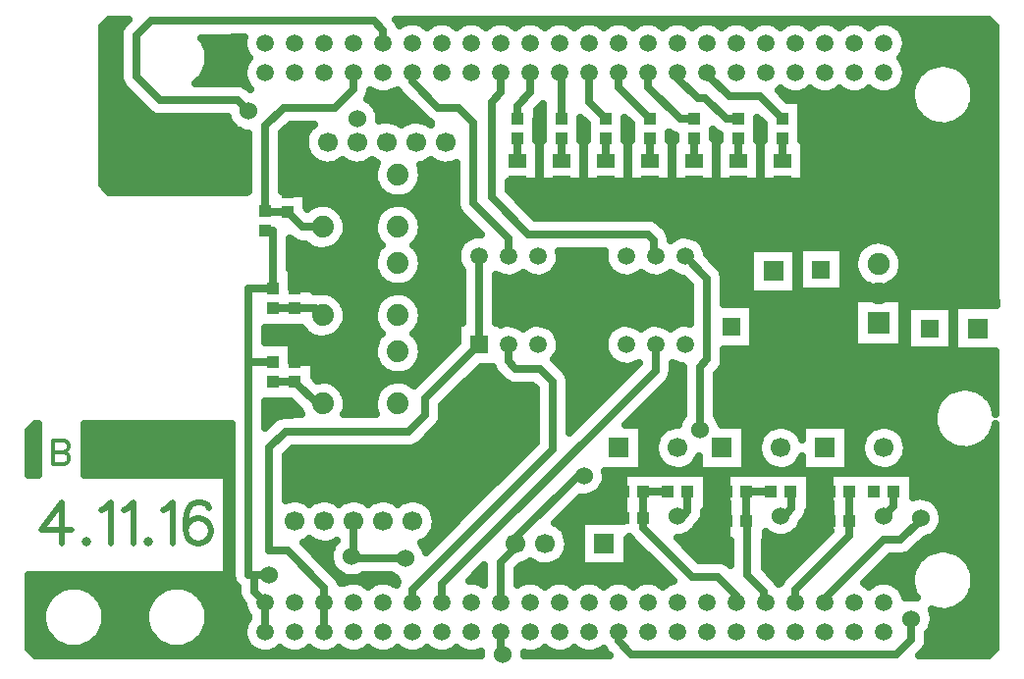
<source format=gbr>
G04 DipTrace 2.4.0.2*
%INTop.gbr*%
%MOIN*%
%ADD13C,0.025*%
%ADD17R,0.0433X0.0394*%
%ADD18R,0.0394X0.0433*%
%ADD19C,0.063*%
%ADD20R,0.063X0.063*%
%ADD21R,0.0591X0.0512*%
%ADD22R,0.0669X0.0669*%
%ADD23C,0.0669*%
%ADD24C,0.0591*%
%ADD25R,0.0591X0.0591*%
%ADD27C,0.074*%
%ADD28R,0.0748X0.0748*%
%ADD29C,0.0748*%
%ADD30C,0.06*%
%ADD55C,0.0216*%
%ADD56C,0.0124*%
%FSLAX44Y44*%
G04*
G70*
G90*
G75*
G01*
%LNTop*%
%LPD*%
X12690Y16859D2*
D13*
Y18815D1*
X12440D1*
X12690Y14359D2*
X11874D1*
Y7126D1*
X12061D1*
Y6569D1*
X12440Y6190D1*
X12690Y16859D2*
X11874D1*
Y14359D1*
X12440Y5190D2*
Y6190D1*
X12561Y7126D2*
X12061D1*
X17187Y7689D2*
X15440D1*
Y8940D1*
X14440Y6190D2*
Y5190D1*
Y6190D2*
Y6685D1*
X13186Y7939D1*
X12561D1*
Y11439D1*
X13124Y12002D1*
X17312D1*
X17874Y12564D1*
Y13124D1*
X19690Y14940D1*
Y17940D1*
X27188Y12064D2*
Y14189D1*
X27438Y14439D1*
Y17192D1*
X26690Y17940D1*
X31605Y8940D2*
Y9940D1*
X28105D2*
Y8940D1*
X24605Y9940D2*
Y9065D1*
X11440Y5190D2*
Y6190D1*
X10561Y25191D2*
X11439D1*
X11440Y25190D1*
X10498Y24003D2*
X11253D1*
X11440Y24190D1*
X35001Y19440D2*
X33940D1*
X32940D1*
X31940D1*
X7690Y5190D2*
Y6253D1*
Y6503D1*
X8253Y7065D1*
X10565D1*
X11440Y6190D1*
X16440Y25190D2*
Y25625D1*
X16124Y25941D1*
X8561D1*
X8061Y25441D1*
Y24065D1*
X8873Y23253D1*
X11498D1*
X11874Y22878D1*
X34688Y9064D2*
Y9001D1*
X34001Y8314D1*
X33438D1*
X31440Y6316D1*
Y6190D1*
X34376Y5626D2*
Y4938D1*
X33876Y4438D1*
X24875D1*
X24440Y4873D1*
Y5190D1*
X21003Y21940D2*
Y21188D1*
X22503D2*
Y21940D1*
X24003Y21188D2*
Y21940D1*
X14380Y18940D2*
X13690D1*
X13190Y19440D1*
X12484D1*
X12440Y19484D1*
Y22382D1*
X13061Y23003D1*
X14811D1*
X15440Y23632D1*
Y24190D1*
X20440D2*
Y23506D1*
X20124Y23190D1*
Y19940D1*
X21375Y18690D1*
X25437D1*
X25625Y18502D1*
Y18005D1*
X25690Y17940D1*
X17440Y6190D2*
Y6630D1*
X22187Y11377D1*
Y13689D1*
X21750Y14127D1*
X20937D1*
X20690Y14374D1*
Y14940D1*
X18440Y6190D2*
Y6817D1*
X25690Y14067D1*
Y14940D1*
X33775Y9940D2*
Y9463D1*
X33438Y9126D1*
X32275Y8940D2*
Y9940D1*
Y8940D2*
Y8463D1*
X30440Y6628D1*
Y6190D1*
X26438Y9126D2*
X26625D1*
X26775Y9276D1*
Y9940D1*
X29938Y9126D2*
X30063D1*
X30313Y9376D1*
Y9940D1*
X30275D1*
X28775D2*
X29605D1*
X28775D2*
Y8940D1*
X28813D1*
Y7126D1*
X29375Y6564D1*
Y6190D1*
X29440D1*
X25275Y9940D2*
X26105D1*
X25275Y9065D2*
Y9940D1*
Y9065D2*
Y8727D1*
X26938Y7064D1*
X27813D1*
X28440Y6436D1*
Y6190D1*
X12690Y16190D2*
X13440D1*
X14130D1*
X14380Y15940D1*
Y12940D2*
X14190D1*
X13440Y13690D1*
X12690D1*
X25503Y21940D2*
Y21188D1*
X27003D2*
Y21940D1*
X28503D2*
Y21188D1*
X30003D2*
Y21940D1*
X27440Y24190D2*
Y24126D1*
X28188Y23378D1*
X29234D1*
X30003Y22609D1*
X26440Y24190D2*
Y24000D1*
X27125Y23315D1*
X27375D1*
X28081Y22609D1*
X28503D1*
X25440Y24190D2*
Y23688D1*
X26519Y22609D1*
X27003D1*
X24440Y24190D2*
Y23672D1*
X25503Y22609D1*
X23440Y24190D2*
Y23172D1*
X24003Y22609D1*
X22503D2*
Y24127D1*
X22440Y24190D1*
X21003Y22609D2*
Y23068D1*
X21440Y23506D1*
Y24190D1*
X17440D2*
Y23875D1*
X18312Y23003D1*
X18999D1*
X19499Y22503D1*
Y19752D1*
X20687Y18565D1*
Y17943D1*
X20690Y17940D1*
X20440Y5190D2*
Y4498D1*
X20499Y4438D1*
X20440Y6190D2*
Y7567D1*
X20940Y8067D1*
Y8190D1*
Y8379D1*
X23062Y10502D1*
X23250D1*
D30*
X26438Y9126D3*
X29938D3*
X33438D3*
X12561Y7126D3*
X15561Y22628D3*
X11874Y22878D3*
X23250Y10502D3*
X34376Y5626D3*
X20499Y4438D3*
X34688Y9064D3*
X17187Y7689D3*
X15374Y7751D3*
X27188Y12064D3*
X10498Y24003D3*
X10561Y25191D3*
X35001Y19440D3*
X19503Y13502D3*
X21500Y19940D3*
X22125Y19565D3*
X21315Y12315D3*
X20437Y11439D3*
X20877Y11878D3*
X33940Y19440D3*
X32940D3*
X31940D3*
X7690Y6253D3*
Y5190D3*
X19315Y9627D3*
X6908Y25746D2*
D13*
X7553D1*
X33955D2*
X37221D1*
X6908Y25498D2*
X7467D1*
X34139D2*
X37221D1*
X6908Y25249D2*
X7467D1*
X10377D2*
X11678D1*
X34201D2*
X37221D1*
X6908Y25000D2*
X7467D1*
X10490D2*
X11698D1*
X34181D2*
X37221D1*
X6908Y24752D2*
X7467D1*
X10533D2*
X11819D1*
X34060D2*
X37221D1*
X6908Y24503D2*
X7467D1*
X10517D2*
X11745D1*
X34135D2*
X35292D1*
X35588D2*
X37221D1*
X6908Y24254D2*
X7467D1*
X10443D2*
X11678D1*
X34201D2*
X34721D1*
X36158D2*
X37221D1*
X6908Y24005D2*
X7467D1*
X10287D2*
X11698D1*
X34181D2*
X34506D1*
X36373D2*
X37221D1*
X6908Y23757D2*
X7557D1*
X34064D2*
X34393D1*
X36486D2*
X37221D1*
X6908Y23508D2*
X7788D1*
X16021D2*
X16128D1*
X16752D2*
X16979D1*
X29935D2*
X30128D1*
X30752D2*
X31128D1*
X31752D2*
X32128D1*
X32752D2*
X33128D1*
X33752D2*
X34346D1*
X36533D2*
X37221D1*
X6908Y23259D2*
X8034D1*
X15982D2*
X17225D1*
X30670D2*
X34362D1*
X36521D2*
X37221D1*
X6908Y23011D2*
X8284D1*
X16224D2*
X17471D1*
X30670D2*
X34436D1*
X36443D2*
X37221D1*
X6908Y22762D2*
X8557D1*
X16318D2*
X17721D1*
X21670D2*
X21834D1*
X30670D2*
X34589D1*
X36291D2*
X37221D1*
X6908Y22513D2*
X11198D1*
X16935D2*
X17194D1*
X21670D2*
X21834D1*
X23170D2*
X23266D1*
X24670D2*
X24766D1*
X29170D2*
X29266D1*
X30670D2*
X34881D1*
X35998D2*
X37221D1*
X6908Y22265D2*
X11424D1*
X13154D2*
X13905D1*
X21670D2*
X21834D1*
X23170D2*
X23334D1*
X24670D2*
X24834D1*
X29170D2*
X29334D1*
X30670D2*
X37221D1*
X6908Y22016D2*
X11846D1*
X13033D2*
X13788D1*
X21670D2*
X21834D1*
X23170D2*
X23334D1*
X24670D2*
X24834D1*
X26170D2*
X26334D1*
X27670D2*
X27834D1*
X29170D2*
X29334D1*
X30670D2*
X37221D1*
X6908Y21767D2*
X11846D1*
X13033D2*
X13760D1*
X30767D2*
X37221D1*
X6908Y21519D2*
X11846D1*
X13033D2*
X13819D1*
X30767D2*
X37221D1*
X6908Y21270D2*
X11846D1*
X13033D2*
X13983D1*
X30767D2*
X37221D1*
X6908Y21021D2*
X11846D1*
X13033D2*
X16159D1*
X17721D2*
X18905D1*
X30767D2*
X37221D1*
X6908Y20773D2*
X11846D1*
X13033D2*
X16100D1*
X17779D2*
X18905D1*
X30767D2*
X37221D1*
X6908Y20524D2*
X11846D1*
X13033D2*
X16124D1*
X17756D2*
X18905D1*
X30767D2*
X37221D1*
X7010Y20275D2*
X11846D1*
X13033D2*
X16233D1*
X17646D2*
X18905D1*
X20721D2*
X37221D1*
X13857Y20026D2*
X16487D1*
X17392D2*
X18905D1*
X20869D2*
X37221D1*
X13857Y19778D2*
X18905D1*
X21119D2*
X37221D1*
X14967Y19529D2*
X16350D1*
X17529D2*
X18952D1*
X21365D2*
X37221D1*
X15146Y19280D2*
X16174D1*
X17705D2*
X19139D1*
X21615D2*
X37221D1*
X15217Y19032D2*
X16104D1*
X17775D2*
X19389D1*
X25928D2*
X37221D1*
X15205Y18783D2*
X16116D1*
X17764D2*
X19639D1*
X26146D2*
X37221D1*
X15111Y18534D2*
X16210D1*
X17674D2*
X19225D1*
X27154D2*
X37221D1*
X13283Y18286D2*
X13870D1*
X14892D2*
X16327D1*
X17553D2*
X19010D1*
X27369D2*
X32663D1*
X33838D2*
X37221D1*
X13283Y18037D2*
X16163D1*
X17717D2*
X18932D1*
X22447D2*
X23932D1*
X27447D2*
X28881D1*
X32099D2*
X32483D1*
X34017D2*
X37221D1*
X13283Y17788D2*
X16104D1*
X17775D2*
X18940D1*
X22439D2*
X23940D1*
X27674D2*
X28881D1*
X32099D2*
X32413D1*
X34088D2*
X37221D1*
X13283Y17540D2*
X16120D1*
X17760D2*
X19042D1*
X22338D2*
X24042D1*
X27916D2*
X28881D1*
X32099D2*
X32421D1*
X34080D2*
X37221D1*
X13357Y17291D2*
X16221D1*
X17658D2*
X19096D1*
X21072D2*
X21311D1*
X22072D2*
X24311D1*
X25072D2*
X25311D1*
X26072D2*
X26311D1*
X28025D2*
X28881D1*
X32099D2*
X32510D1*
X33990D2*
X37221D1*
X13357Y17042D2*
X16464D1*
X17416D2*
X19096D1*
X20283D2*
X26756D1*
X28033D2*
X28881D1*
X32099D2*
X32725D1*
X33779D2*
X37221D1*
X14107Y16794D2*
X19096D1*
X20283D2*
X26842D1*
X28033D2*
X28881D1*
X32099D2*
X37221D1*
X14951Y16545D2*
X16370D1*
X17510D2*
X19096D1*
X20283D2*
X26842D1*
X28033D2*
X37221D1*
X15139Y16296D2*
X16182D1*
X17697D2*
X19096D1*
X20283D2*
X26842D1*
X29037D2*
X32405D1*
X34096D2*
X37221D1*
X15213Y16047D2*
X16108D1*
X17771D2*
X19096D1*
X20283D2*
X26842D1*
X29037D2*
X32405D1*
X34096D2*
X34214D1*
X15209Y15799D2*
X16112D1*
X17767D2*
X19096D1*
X20283D2*
X26842D1*
X29037D2*
X32405D1*
X34096D2*
X34214D1*
X15119Y15550D2*
X16198D1*
X17681D2*
X18924D1*
X21135D2*
X21245D1*
X22135D2*
X24245D1*
X25135D2*
X25245D1*
X26135D2*
X26245D1*
X29037D2*
X32405D1*
X34096D2*
X34214D1*
X12467Y15301D2*
X13850D1*
X14912D2*
X16342D1*
X17537D2*
X18924D1*
X22361D2*
X24018D1*
X29037D2*
X32405D1*
X34096D2*
X34214D1*
X12467Y15053D2*
X16171D1*
X17709D2*
X18924D1*
X22447D2*
X23932D1*
X29037D2*
X32405D1*
X34096D2*
X34214D1*
X13357Y14804D2*
X16104D1*
X17775D2*
X18721D1*
X22443D2*
X23936D1*
X28033D2*
X34217D1*
X13357Y14555D2*
X16116D1*
X17764D2*
X18475D1*
X22346D2*
X24034D1*
X28033D2*
X37221D1*
X14107Y14307D2*
X16214D1*
X17666D2*
X18225D1*
X22400D2*
X24284D1*
X28017D2*
X37221D1*
X14107Y14058D2*
X16440D1*
X17439D2*
X17975D1*
X19639D2*
X20190D1*
X22646D2*
X24850D1*
X26283D2*
X26592D1*
X27885D2*
X37221D1*
X14150Y13809D2*
X17729D1*
X19389D2*
X20424D1*
X22767D2*
X24600D1*
X26224D2*
X26592D1*
X27783D2*
X37221D1*
X14931Y13561D2*
X16385D1*
X19142D2*
X20846D1*
X22783D2*
X24354D1*
X26014D2*
X26592D1*
X27783D2*
X37221D1*
X15131Y13312D2*
X16190D1*
X18892D2*
X21592D1*
X22783D2*
X24104D1*
X25767D2*
X26592D1*
X27783D2*
X35546D1*
X36834D2*
X37221D1*
X15209Y13063D2*
X16108D1*
X18642D2*
X21592D1*
X22783D2*
X23854D1*
X25517D2*
X26592D1*
X27783D2*
X35296D1*
X37084D2*
X37219D1*
X12467Y12815D2*
X13483D1*
X15209D2*
X16108D1*
X18471D2*
X21592D1*
X22783D2*
X23608D1*
X25267D2*
X26592D1*
X27783D2*
X35163D1*
X12467Y12566D2*
X13018D1*
X18471D2*
X21592D1*
X22783D2*
X23358D1*
X25021D2*
X26592D1*
X27783D2*
X35104D1*
X12467Y12317D2*
X12607D1*
X18412D2*
X21592D1*
X22783D2*
X23108D1*
X24771D2*
X26464D1*
X27912D2*
X35104D1*
X4474Y12068D2*
X4706D1*
X6306D2*
X11280D1*
X18209D2*
X21592D1*
X22783D2*
X22862D1*
X25244D2*
X25956D1*
X28744D2*
X29456D1*
X30428D2*
X30635D1*
X32244D2*
X32956D1*
X33928D2*
X35163D1*
X4410Y11820D2*
X4706D1*
X6306D2*
X11280D1*
X17959D2*
X21592D1*
X25244D2*
X25733D1*
X28744D2*
X29233D1*
X32244D2*
X32733D1*
X34146D2*
X35292D1*
X37088D2*
X37220D1*
X4410Y11571D2*
X4706D1*
X6306D2*
X11280D1*
X17709D2*
X21549D1*
X25244D2*
X25647D1*
X28744D2*
X29147D1*
X32244D2*
X32647D1*
X34232D2*
X35542D1*
X36838D2*
X37221D1*
X4410Y11322D2*
X4706D1*
X6306D2*
X11280D1*
X13275D2*
X21303D1*
X25244D2*
X25643D1*
X28744D2*
X29143D1*
X32244D2*
X32643D1*
X34236D2*
X37221D1*
X4410Y11074D2*
X4706D1*
X6306D2*
X11280D1*
X13154D2*
X21053D1*
X25244D2*
X25725D1*
X28744D2*
X29225D1*
X32244D2*
X32725D1*
X34154D2*
X37221D1*
X4410Y10825D2*
X4706D1*
X6306D2*
X11280D1*
X13154D2*
X20803D1*
X25244D2*
X25936D1*
X26943D2*
X27135D1*
X28744D2*
X29436D1*
X30443D2*
X30635D1*
X32244D2*
X32936D1*
X33943D2*
X37221D1*
X4410Y10576D2*
X4706D1*
X6306D2*
X11280D1*
X13154D2*
X20557D1*
X24017D2*
X24589D1*
X27463D2*
X28089D1*
X30963D2*
X31589D1*
X34463D2*
X37221D1*
X11170Y10328D2*
X11281D1*
X13154D2*
X20307D1*
X23998D2*
X24589D1*
X27463D2*
X28089D1*
X30963D2*
X31589D1*
X34463D2*
X37221D1*
X11170Y10079D2*
X11281D1*
X13154D2*
X20057D1*
X23889D2*
X24589D1*
X27463D2*
X28089D1*
X30963D2*
X31589D1*
X34463D2*
X37221D1*
X11170Y9830D2*
X11281D1*
X13154D2*
X19811D1*
X23599D2*
X24589D1*
X27463D2*
X28089D1*
X30963D2*
X31589D1*
X34463D2*
X37221D1*
X11170Y9582D2*
X11281D1*
X17908D2*
X19561D1*
X22974D2*
X24589D1*
X27463D2*
X28089D1*
X30963D2*
X31589D1*
X35248D2*
X37221D1*
X11170Y9333D2*
X11281D1*
X18139D2*
X19311D1*
X22724D2*
X24589D1*
X27463D2*
X28089D1*
X30963D2*
X31589D1*
X35408D2*
X37221D1*
X11170Y9084D2*
X11281D1*
X18232D2*
X19065D1*
X22474D2*
X24589D1*
X27338D2*
X28089D1*
X30826D2*
X31589D1*
X35459D2*
X37221D1*
X11170Y8836D2*
X11281D1*
X18236D2*
X18815D1*
X22400D2*
X23135D1*
X27166D2*
X28089D1*
X30650D2*
X31589D1*
X35424D2*
X37221D1*
X11170Y8587D2*
X11281D1*
X18158D2*
X18565D1*
X22635D2*
X23135D1*
X26974D2*
X28089D1*
X30478D2*
X31569D1*
X35287D2*
X37221D1*
X11170Y8338D2*
X11281D1*
X17959D2*
X18319D1*
X22732D2*
X23135D1*
X24744D2*
X24831D1*
X26494D2*
X28089D1*
X29463D2*
X31319D1*
X34881D2*
X37221D1*
X11170Y8089D2*
X11281D1*
X13865D2*
X14686D1*
X17838D2*
X18069D1*
X22736D2*
X23135D1*
X24744D2*
X25081D1*
X26744D2*
X28217D1*
X29408D2*
X31069D1*
X34607D2*
X37221D1*
X11170Y7841D2*
X11281D1*
X14115D2*
X14608D1*
X22662D2*
X23135D1*
X24744D2*
X25331D1*
X26990D2*
X28217D1*
X29408D2*
X30823D1*
X34346D2*
X34839D1*
X36041D2*
X37221D1*
X11170Y7592D2*
X11281D1*
X14365D2*
X14620D1*
X22467D2*
X23135D1*
X24744D2*
X25577D1*
X28053D2*
X28217D1*
X29408D2*
X30573D1*
X33549D2*
X34565D1*
X36314D2*
X37221D1*
X11170Y7343D2*
X11281D1*
X14611D2*
X14727D1*
X21049D2*
X25827D1*
X29428D2*
X30323D1*
X33299D2*
X34424D1*
X36455D2*
X37221D1*
X4410Y7095D2*
X11280D1*
X14861D2*
X14999D1*
X15752D2*
X16714D1*
X19549D2*
X19846D1*
X21033D2*
X26077D1*
X29674D2*
X30077D1*
X33049D2*
X34358D1*
X36525D2*
X37221D1*
X4410Y6846D2*
X11354D1*
X15806D2*
X16073D1*
X16806D2*
X16889D1*
X21806D2*
X22073D1*
X22806D2*
X23073D1*
X23806D2*
X24073D1*
X24806D2*
X25073D1*
X25806D2*
X26073D1*
X32806D2*
X33073D1*
X33806D2*
X34350D1*
X36529D2*
X37221D1*
X4410Y6597D2*
X5346D1*
X6533D2*
X8846D1*
X10033D2*
X11467D1*
X34084D2*
X34401D1*
X36478D2*
X37221D1*
X4410Y6349D2*
X5073D1*
X6806D2*
X8573D1*
X10306D2*
X11510D1*
X36357D2*
X37221D1*
X4410Y6100D2*
X4928D1*
X6955D2*
X8428D1*
X10455D2*
X11682D1*
X36127D2*
X37221D1*
X4410Y5851D2*
X4858D1*
X7021D2*
X8358D1*
X10521D2*
X11756D1*
X35111D2*
X37221D1*
X4410Y5603D2*
X4850D1*
X7033D2*
X8350D1*
X10533D2*
X11799D1*
X35146D2*
X37221D1*
X4410Y5354D2*
X4901D1*
X6982D2*
X8401D1*
X10482D2*
X11694D1*
X35096D2*
X37221D1*
X4410Y5105D2*
X5018D1*
X6861D2*
X8518D1*
X10361D2*
X11678D1*
X34971D2*
X37221D1*
X4410Y4857D2*
X5245D1*
X6635D2*
X8745D1*
X10135D2*
X11753D1*
X34967D2*
X37221D1*
X4428Y4608D2*
X11960D1*
X34865D2*
X37202D1*
X31613Y8607D2*
X31617Y9582D1*
X31613Y9673D1*
Y10582D1*
X32936Y10578D1*
X33194Y10582D1*
X33767Y10578D1*
X33863Y10582D1*
X34436D1*
Y9765D1*
X34553Y9797D1*
X34678Y9809D1*
X34802Y9800D1*
X34924Y9771D1*
X35038Y9722D1*
X35143Y9654D1*
X35235Y9570D1*
X35312Y9471D1*
X35371Y9361D1*
X35412Y9243D1*
X35433Y9064D1*
X35423Y8939D1*
X35392Y8819D1*
X35341Y8704D1*
X35272Y8601D1*
X35186Y8510D1*
X35087Y8434D1*
X34976Y8377D1*
X34830Y8334D1*
X34404Y7911D1*
X34307Y7833D1*
X34195Y7778D1*
X34041Y7745D1*
X33677Y7744D1*
X32778Y6847D1*
X32912Y6760D1*
X32937Y6736D1*
X33091Y6843D1*
X33206Y6892D1*
X33327Y6922D1*
X33452Y6930D1*
X33576Y6918D1*
X33696Y6885D1*
X33809Y6832D1*
X33912Y6760D1*
X34001Y6673D1*
X34074Y6572D1*
X34129Y6460D1*
X34164Y6344D1*
X34365Y6371D1*
X34490Y6362D1*
X34547Y6348D1*
X34479Y6470D1*
X34430Y6585D1*
X34396Y6705D1*
X34376Y6829D1*
X34370Y6953D1*
X34379Y7078D1*
X34402Y7201D1*
X34440Y7320D1*
X34491Y7434D1*
X34555Y7541D1*
X34631Y7640D1*
X34718Y7730D1*
X34815Y7809D1*
X34921Y7876D1*
X35033Y7930D1*
X35151Y7970D1*
X35273Y7997D1*
X35398Y8009D1*
X35523Y8007D1*
X35646Y7990D1*
X35767Y7959D1*
X35884Y7914D1*
X35994Y7855D1*
X36097Y7784D1*
X36191Y7702D1*
X36275Y7609D1*
X36347Y7507D1*
X36407Y7398D1*
X36454Y7282D1*
X36487Y7161D1*
X36510Y6940D1*
X36503Y6815D1*
X36481Y6692D1*
X36445Y6573D1*
X36395Y6458D1*
X36333Y6350D1*
X36258Y6250D1*
X36172Y6159D1*
X36076Y6079D1*
X35971Y6011D1*
X35859Y5956D1*
X35742Y5913D1*
X35620Y5885D1*
X35496Y5871D1*
X35371Y5872D1*
X35247Y5888D1*
X35049Y5946D1*
X35099Y5805D1*
X35121Y5626D1*
X35110Y5502D1*
X35079Y5381D1*
X35028Y5267D1*
X34946Y5148D1*
Y4938D1*
X34932Y4814D1*
X34892Y4696D1*
X34807Y4565D1*
X34627Y4383D1*
X37006Y4385D1*
X37245Y4624D1*
Y12264D1*
X37195Y12073D1*
X37145Y11958D1*
X37083Y11850D1*
X37008Y11750D1*
X36922Y11659D1*
X36826Y11579D1*
X36721Y11511D1*
X36609Y11456D1*
X36492Y11413D1*
X36370Y11385D1*
X36246Y11371D1*
X36121Y11372D1*
X35997Y11388D1*
X35875Y11417D1*
X35758Y11461D1*
X35647Y11518D1*
X35543Y11587D1*
X35448Y11669D1*
X35364Y11760D1*
X35290Y11861D1*
X35229Y11970D1*
X35180Y12085D1*
X35146Y12205D1*
X35126Y12329D1*
X35120Y12453D1*
X35129Y12578D1*
X35152Y12701D1*
X35190Y12820D1*
X35241Y12934D1*
X35305Y13041D1*
X35381Y13140D1*
X35468Y13230D1*
X35565Y13309D1*
X35671Y13376D1*
X35783Y13430D1*
X35901Y13470D1*
X36023Y13497D1*
X36148Y13509D1*
X36273Y13507D1*
X36396Y13490D1*
X36517Y13459D1*
X36634Y13414D1*
X36744Y13355D1*
X36847Y13284D1*
X36941Y13202D1*
X37025Y13109D1*
X37097Y13007D1*
X37157Y12898D1*
X37204Y12782D1*
X37246Y12603D1*
X37245Y14725D1*
X35846Y14722D1*
Y16282D1*
X37249D1*
X37245Y16690D1*
Y25752D1*
X37006Y25995D1*
X16874D1*
X16921Y25930D1*
X16987Y25784D1*
X17091Y25843D1*
X17206Y25892D1*
X17327Y25922D1*
X17452Y25930D1*
X17576Y25918D1*
X17696Y25885D1*
X17809Y25832D1*
X17937Y25736D1*
X18091Y25843D1*
X18206Y25892D1*
X18327Y25922D1*
X18452Y25930D1*
X18576Y25918D1*
X18696Y25885D1*
X18809Y25832D1*
X18937Y25736D1*
X19091Y25843D1*
X19206Y25892D1*
X19327Y25922D1*
X19452Y25930D1*
X19576Y25918D1*
X19696Y25885D1*
X19809Y25832D1*
X19937Y25736D1*
X20091Y25843D1*
X20206Y25892D1*
X20327Y25922D1*
X20452Y25930D1*
X20576Y25918D1*
X20696Y25885D1*
X20809Y25832D1*
X20937Y25736D1*
X21091Y25843D1*
X21206Y25892D1*
X21327Y25922D1*
X21452Y25930D1*
X21576Y25918D1*
X21696Y25885D1*
X21809Y25832D1*
X21937Y25736D1*
X22091Y25843D1*
X22206Y25892D1*
X22327Y25922D1*
X22452Y25930D1*
X22576Y25918D1*
X22696Y25885D1*
X22809Y25832D1*
X22937Y25736D1*
X23091Y25843D1*
X23206Y25892D1*
X23327Y25922D1*
X23452Y25930D1*
X23576Y25918D1*
X23696Y25885D1*
X23809Y25832D1*
X23937Y25736D1*
X24091Y25843D1*
X24206Y25892D1*
X24327Y25922D1*
X24452Y25930D1*
X24576Y25918D1*
X24696Y25885D1*
X24809Y25832D1*
X24937Y25736D1*
X25091Y25843D1*
X25206Y25892D1*
X25327Y25922D1*
X25452Y25930D1*
X25576Y25918D1*
X25696Y25885D1*
X25809Y25832D1*
X25937Y25736D1*
X26091Y25843D1*
X26206Y25892D1*
X26327Y25922D1*
X26452Y25930D1*
X26576Y25918D1*
X26696Y25885D1*
X26809Y25832D1*
X26937Y25736D1*
X27091Y25843D1*
X27206Y25892D1*
X27327Y25922D1*
X27452Y25930D1*
X27576Y25918D1*
X27696Y25885D1*
X27809Y25832D1*
X27937Y25736D1*
X28091Y25843D1*
X28206Y25892D1*
X28327Y25922D1*
X28452Y25930D1*
X28576Y25918D1*
X28696Y25885D1*
X28809Y25832D1*
X28937Y25736D1*
X29091Y25843D1*
X29206Y25892D1*
X29327Y25922D1*
X29452Y25930D1*
X29576Y25918D1*
X29696Y25885D1*
X29809Y25832D1*
X29937Y25736D1*
X30091Y25843D1*
X30206Y25892D1*
X30327Y25922D1*
X30452Y25930D1*
X30576Y25918D1*
X30696Y25885D1*
X30809Y25832D1*
X30937Y25736D1*
X31091Y25843D1*
X31206Y25892D1*
X31327Y25922D1*
X31452Y25930D1*
X31576Y25918D1*
X31696Y25885D1*
X31809Y25832D1*
X31937Y25736D1*
X32091Y25843D1*
X32206Y25892D1*
X32327Y25922D1*
X32452Y25930D1*
X32576Y25918D1*
X32696Y25885D1*
X32809Y25832D1*
X32937Y25736D1*
X33091Y25843D1*
X33206Y25892D1*
X33327Y25922D1*
X33452Y25930D1*
X33576Y25918D1*
X33696Y25885D1*
X33809Y25832D1*
X33912Y25760D1*
X34001Y25673D1*
X34074Y25572D1*
X34129Y25460D1*
X34165Y25340D1*
X34180Y25190D1*
X34170Y25066D1*
X34138Y24945D1*
X34087Y24831D1*
X33983Y24690D1*
X34074Y24572D1*
X34129Y24460D1*
X34165Y24340D1*
X34180Y24190D1*
X34170Y24066D1*
X34138Y23945D1*
X34087Y23831D1*
X34018Y23727D1*
X33932Y23637D1*
X33832Y23562D1*
X33721Y23505D1*
X33602Y23468D1*
X33478Y23451D1*
X33353Y23455D1*
X33231Y23480D1*
X33114Y23525D1*
X33007Y23589D1*
X32939Y23648D1*
X32832Y23562D1*
X32721Y23505D1*
X32602Y23468D1*
X32478Y23451D1*
X32353Y23455D1*
X32231Y23480D1*
X32114Y23525D1*
X32007Y23589D1*
X31939Y23648D1*
X31832Y23562D1*
X31721Y23505D1*
X31602Y23468D1*
X31478Y23451D1*
X31353Y23455D1*
X31231Y23480D1*
X31114Y23525D1*
X31007Y23589D1*
X30939Y23648D1*
X30832Y23562D1*
X30721Y23505D1*
X30602Y23468D1*
X30478Y23451D1*
X30353Y23455D1*
X30231Y23480D1*
X30114Y23525D1*
X30007Y23589D1*
X29939Y23648D1*
X29847Y23574D1*
X30148Y23270D1*
X30644Y23271D1*
X30640Y21948D1*
X30644Y21887D1*
X30743Y21889D1*
Y20487D1*
X29262D1*
Y21889D1*
X29360D1*
X29361Y22446D1*
X29144Y22662D1*
X29140Y21948D1*
X29144Y21887D1*
X29243Y21889D1*
Y20487D1*
X27762D1*
Y21889D1*
X27860D1*
X27861Y22084D1*
X27730Y22161D1*
X27642Y22242D1*
X27644Y21948D1*
X27743Y21889D1*
Y20487D1*
X26262D1*
Y21889D1*
X26360D1*
X26361Y22064D1*
X26276Y22093D1*
X26167Y22161D1*
X26144Y22146D1*
X26140Y21948D1*
X26144Y21887D1*
X26243Y21889D1*
Y20487D1*
X24762D1*
Y21889D1*
X24860D1*
X24861Y22446D1*
X24644Y22662D1*
X24640Y21948D1*
X24644Y21887D1*
X24743Y21889D1*
Y20487D1*
X23262D1*
Y21889D1*
X23360D1*
X23361Y22446D1*
X23144Y22662D1*
X23140Y21948D1*
X23144Y21887D1*
X23243Y21889D1*
Y20487D1*
X21762D1*
Y21889D1*
X21860D1*
X21865Y22602D1*
X21861Y22698D1*
Y23124D1*
X21647Y22907D1*
X21644Y22146D1*
X21640Y21948D1*
X21644Y21887D1*
X21743Y21889D1*
Y20487D1*
X20692D1*
X20694Y20179D1*
X21613Y19258D1*
X22625Y19260D1*
X25437D1*
X25561Y19246D1*
X25679Y19206D1*
X25811Y19121D1*
X26028Y18905D1*
X26106Y18808D1*
X26161Y18696D1*
X26193Y18543D1*
X26195Y18491D1*
X26341Y18593D1*
X26456Y18642D1*
X26577Y18672D1*
X26702Y18680D1*
X26826Y18668D1*
X26946Y18635D1*
X27059Y18582D1*
X27162Y18510D1*
X27251Y18423D1*
X27324Y18322D1*
X27379Y18210D1*
X27415Y18090D1*
X27425Y18009D1*
X27841Y17595D1*
X27919Y17498D1*
X27974Y17386D1*
X28006Y17233D1*
X28008Y16321D1*
X29010Y16324D1*
Y14804D1*
X28006D1*
X28008Y14439D1*
X27994Y14315D1*
X27954Y14197D1*
X27868Y14066D1*
X27755Y13951D1*
X27758Y13189D1*
Y12545D1*
X27811Y12472D1*
X27871Y12362D1*
X27915Y12216D1*
X28720Y12220D1*
Y10660D1*
X27160D1*
Y11141D1*
X27065Y10974D1*
X26982Y10880D1*
X26886Y10800D1*
X26778Y10737D1*
X26662Y10693D1*
X26539Y10667D1*
X26415Y10661D1*
X26291Y10675D1*
X26170Y10708D1*
X26057Y10761D1*
X25954Y10831D1*
X25863Y10916D1*
X25786Y11015D1*
X25727Y11125D1*
X25686Y11243D1*
X25664Y11366D1*
X25662Y11491D1*
X25680Y11614D1*
X25718Y11733D1*
X25774Y11845D1*
X25847Y11946D1*
X25935Y12034D1*
X26037Y12107D1*
X26148Y12163D1*
X26267Y12200D1*
X26391Y12218D1*
X26460Y12222D1*
X26496Y12342D1*
X26552Y12453D1*
X26619Y12545D1*
X26618Y14193D1*
X26603Y14205D1*
X26481Y14230D1*
X26364Y14275D1*
X26261Y14337D1*
X26260Y14067D1*
X26246Y13943D1*
X26206Y13825D1*
X26121Y13694D1*
X24648Y12219D1*
X25220Y12220D1*
Y10660D1*
X23974D1*
X23995Y10502D1*
X23984Y10377D1*
X23953Y10256D1*
X23902Y10142D1*
X23833Y10038D1*
X23748Y9947D1*
X23648Y9872D1*
X23537Y9814D1*
X23418Y9776D1*
X23295Y9758D1*
X23136Y9767D1*
X22264Y8897D1*
X22366Y8843D1*
X22465Y8766D1*
X22550Y8675D1*
X22620Y8572D1*
X22672Y8458D1*
X22706Y8338D1*
X22720Y8190D1*
X22710Y8066D1*
X22680Y7944D1*
X22631Y7829D1*
X22565Y7724D1*
X22482Y7630D1*
X22386Y7550D1*
X22278Y7488D1*
X22162Y7443D1*
X22039Y7417D1*
X21915Y7411D1*
X21791Y7425D1*
X21670Y7459D1*
X21557Y7511D1*
X21439Y7594D1*
X21386Y7550D1*
X21278Y7488D1*
X21112Y7432D1*
X21009Y7330D1*
X21010Y6789D1*
X21091Y6843D1*
X21206Y6892D1*
X21327Y6922D1*
X21452Y6930D1*
X21576Y6918D1*
X21696Y6885D1*
X21809Y6832D1*
X21937Y6736D1*
X22091Y6843D1*
X22206Y6892D1*
X22327Y6922D1*
X22452Y6930D1*
X22576Y6918D1*
X22696Y6885D1*
X22809Y6832D1*
X22937Y6736D1*
X23091Y6843D1*
X23206Y6892D1*
X23327Y6922D1*
X23452Y6930D1*
X23576Y6918D1*
X23696Y6885D1*
X23809Y6832D1*
X23937Y6736D1*
X24091Y6843D1*
X24206Y6892D1*
X24327Y6922D1*
X24452Y6930D1*
X24576Y6918D1*
X24696Y6885D1*
X24809Y6832D1*
X24937Y6736D1*
X25091Y6843D1*
X25206Y6892D1*
X25327Y6922D1*
X25452Y6930D1*
X25576Y6918D1*
X25696Y6885D1*
X25809Y6832D1*
X25937Y6736D1*
X26091Y6843D1*
X26206Y6892D1*
X26285Y6911D1*
X24872Y8324D1*
X24792Y8424D1*
X24847Y8350D1*
X24720Y8345D1*
Y7410D1*
X23160D1*
Y8970D1*
X24610D1*
X24613Y9707D1*
Y10582D1*
X25936Y10578D1*
X26194Y10582D1*
X26767Y10578D1*
X26863Y10582D1*
X27436D1*
Y9298D1*
X27346D1*
X27331Y9152D1*
X27291Y9034D1*
X27205Y8903D1*
X27109Y8804D1*
X27021Y8663D1*
X26935Y8572D1*
X26836Y8497D1*
X26725Y8439D1*
X26606Y8401D1*
X26483Y8383D1*
X26424Y8384D1*
X27172Y7635D1*
X27813Y7634D1*
X27937Y7620D1*
X28055Y7580D1*
X28186Y7494D1*
X28241Y7442D1*
X28243Y8302D1*
X28113Y8298D1*
X28117Y9582D1*
X28113Y9673D1*
Y10582D1*
X29436Y10578D1*
X29694Y10582D1*
X30267Y10578D1*
X30363Y10582D1*
X30936D1*
Y9298D1*
X30878D1*
X30829Y9134D1*
X30744Y9003D1*
X30652Y8910D1*
X30590Y8767D1*
X30521Y8663D1*
X30436Y8572D1*
X30336Y8497D1*
X30225Y8439D1*
X30107Y8401D1*
X29983Y8383D1*
X29858Y8386D1*
X29736Y8409D1*
X29619Y8453D1*
X29511Y8516D1*
X29436Y8578D1*
Y8298D1*
X29385D1*
X29383Y7366D1*
X29778Y6967D1*
X29874Y6838D1*
X29924Y6870D1*
X30009Y7001D1*
X31614Y8608D1*
X13333Y14352D2*
X14082D1*
Y13855D1*
X14199Y13737D1*
X14414Y13754D1*
X14538Y13739D1*
X14659Y13706D1*
X14772Y13654D1*
X14877Y13586D1*
X14970Y13502D1*
X15049Y13406D1*
X15112Y13298D1*
X15158Y13182D1*
X15186Y13060D1*
X15195Y12940D1*
X15185Y12815D1*
X15157Y12694D1*
X15108Y12575D1*
X15624Y12572D1*
X16213D1*
X16146Y12756D1*
X16127Y12880D1*
X16128Y13005D1*
X16147Y13128D1*
X16185Y13247D1*
X16241Y13359D1*
X16313Y13461D1*
X16400Y13550D1*
X16499Y13626D1*
X16609Y13685D1*
X16727Y13727D1*
X16850Y13750D1*
X16974Y13754D1*
X17098Y13739D1*
X17219Y13706D1*
X17332Y13654D1*
X17437Y13586D1*
X17486Y13542D1*
X18949Y15005D1*
X18950Y15680D1*
X19118D1*
X19120Y16690D1*
Y17467D1*
X19020Y17625D1*
X18977Y17742D1*
X18954Y17864D1*
X18951Y17989D1*
X18970Y18113D1*
X19009Y18231D1*
X19068Y18341D1*
X19144Y18440D1*
X19236Y18525D1*
X19341Y18593D1*
X19456Y18642D1*
X19577Y18672D1*
X19702Y18680D1*
X19775Y18673D1*
X19096Y19349D1*
X19018Y19447D1*
X18963Y19559D1*
X18931Y19712D1*
X18929Y21124D1*
X18787Y21068D1*
X18664Y21042D1*
X18540Y21036D1*
X18416Y21050D1*
X18295Y21083D1*
X18182Y21136D1*
X18064Y21219D1*
X18011Y21175D1*
X17903Y21112D1*
X17787Y21068D1*
X17683Y21046D1*
X17718Y20962D1*
X17746Y20840D1*
X17755Y20720D1*
X17745Y20595D1*
X17717Y20474D1*
X17670Y20358D1*
X17606Y20251D1*
X17527Y20154D1*
X17434Y20071D1*
X17329Y20004D1*
X17215Y19953D1*
X17094Y19920D1*
X16970Y19906D1*
X16845Y19911D1*
X16723Y19934D1*
X16605Y19977D1*
X16496Y20037D1*
X16397Y20113D1*
X16310Y20203D1*
X16239Y20305D1*
X16183Y20417D1*
X16146Y20536D1*
X16127Y20660D1*
X16128Y20785D1*
X16147Y20908D1*
X16185Y21027D1*
X16229Y21114D1*
X16079Y21206D1*
X16064Y21219D1*
X16011Y21175D1*
X15903Y21112D1*
X15787Y21068D1*
X15664Y21042D1*
X15540Y21036D1*
X15416Y21050D1*
X15295Y21083D1*
X15182Y21136D1*
X15064Y21219D1*
X15011Y21175D1*
X14903Y21112D1*
X14787Y21068D1*
X14664Y21042D1*
X14540Y21036D1*
X14416Y21050D1*
X14295Y21083D1*
X14182Y21136D1*
X14079Y21206D1*
X13988Y21291D1*
X13911Y21390D1*
X13852Y21500D1*
X13811Y21618D1*
X13789Y21741D1*
X13787Y21866D1*
X13805Y21989D1*
X13843Y22108D1*
X13899Y22220D1*
X13972Y22321D1*
X14095Y22434D1*
X13300Y22433D1*
X13008Y22144D1*
X13010Y20143D1*
X13082Y20146D1*
Y20103D1*
X13832Y20102D1*
Y19605D1*
X13867Y19570D1*
X13939Y19626D1*
X14049Y19685D1*
X14167Y19727D1*
X14290Y19750D1*
X14414Y19754D1*
X14538Y19739D1*
X14659Y19706D1*
X14772Y19654D1*
X14877Y19586D1*
X14970Y19502D1*
X15049Y19406D1*
X15112Y19298D1*
X15158Y19182D1*
X15186Y19060D1*
X15195Y18940D1*
X15185Y18815D1*
X15157Y18694D1*
X15110Y18578D1*
X15046Y18471D1*
X14967Y18374D1*
X14874Y18291D1*
X14769Y18224D1*
X14655Y18173D1*
X14534Y18140D1*
X14410Y18126D1*
X14285Y18131D1*
X14163Y18154D1*
X14045Y18197D1*
X13936Y18257D1*
X13802Y18369D1*
X13690Y18370D1*
X13566Y18384D1*
X13448Y18424D1*
X13317Y18509D1*
X13262Y18562D1*
X13260Y17522D1*
X13332Y17521D1*
Y16848D1*
X14048Y16852D1*
X14082D1*
Y16762D1*
X14258Y16745D1*
X14414Y16754D1*
X14538Y16739D1*
X14659Y16706D1*
X14772Y16654D1*
X14877Y16586D1*
X14970Y16502D1*
X15049Y16406D1*
X15112Y16298D1*
X15158Y16182D1*
X15186Y16060D1*
X15195Y15940D1*
X15185Y15815D1*
X15157Y15694D1*
X15110Y15578D1*
X15046Y15471D1*
X14967Y15374D1*
X14874Y15291D1*
X14769Y15224D1*
X14655Y15173D1*
X14534Y15140D1*
X14410Y15126D1*
X14285Y15131D1*
X14163Y15154D1*
X14045Y15197D1*
X13936Y15257D1*
X13837Y15333D1*
X13750Y15423D1*
X13677Y15529D1*
X12798Y15532D1*
X12707Y15528D1*
X12445D1*
X12444Y15019D1*
X13332Y15021D1*
Y14348D1*
X13297Y13028D2*
X12798Y13032D1*
X12707Y13028D1*
X12445D1*
X12444Y12129D1*
X12721Y12405D1*
X12818Y12483D1*
X12930Y12538D1*
X13083Y12570D1*
X13651Y12572D1*
X13594Y12730D1*
X13298Y13026D1*
X12832Y13028D1*
X30678Y18262D2*
X32073D1*
Y16742D1*
X30553D1*
Y18262D1*
X30678D1*
X34366Y16262D2*
X35761D1*
Y14742D1*
X34241D1*
Y16262D1*
X34366D1*
X18210Y8816D2*
X18180Y8694D1*
X18131Y8579D1*
X18065Y8474D1*
X17982Y8380D1*
X17886Y8300D1*
X17778Y8237D1*
X17716Y8214D1*
X17810Y8096D1*
X17870Y7986D1*
X17901Y7894D1*
X19512Y9507D1*
X21619Y11615D1*
X21617Y12752D1*
Y13451D1*
X21511Y13560D1*
X20937Y13557D1*
X20813Y13571D1*
X20695Y13611D1*
X20564Y13696D1*
X20287Y13971D1*
X20209Y14068D1*
X20153Y14184D1*
X20191Y14099D1*
X20055Y14200D1*
X19754D1*
X18444Y12888D1*
Y12564D1*
X18430Y12440D1*
X18390Y12322D1*
X18305Y12191D1*
X17715Y11599D1*
X17617Y11521D1*
X17505Y11466D1*
X17352Y11433D1*
X13362Y11432D1*
X13132Y11204D1*
X13131Y9654D1*
X13267Y9700D1*
X13391Y9718D1*
X13516Y9716D1*
X13639Y9694D1*
X13757Y9652D1*
X13866Y9593D1*
X13937Y9538D1*
X14037Y9607D1*
X14148Y9663D1*
X14267Y9700D1*
X14391Y9718D1*
X14516Y9716D1*
X14639Y9694D1*
X14757Y9652D1*
X14866Y9593D1*
X14937Y9538D1*
X15037Y9607D1*
X15148Y9663D1*
X15267Y9700D1*
X15391Y9718D1*
X15516Y9716D1*
X15639Y9694D1*
X15757Y9652D1*
X15866Y9593D1*
X15937Y9538D1*
X16037Y9607D1*
X16148Y9663D1*
X16267Y9700D1*
X16391Y9718D1*
X16516Y9716D1*
X16639Y9694D1*
X16757Y9652D1*
X16866Y9593D1*
X16937Y9538D1*
X17037Y9607D1*
X17148Y9663D1*
X17267Y9700D1*
X17391Y9718D1*
X17516Y9716D1*
X17639Y9694D1*
X17757Y9652D1*
X17866Y9593D1*
X17965Y9516D1*
X18050Y9425D1*
X18120Y9322D1*
X18172Y9208D1*
X18206Y9088D1*
X18220Y8940D1*
X18210Y8816D1*
X14849Y8279D2*
X14778Y8237D1*
X14662Y8193D1*
X14539Y8167D1*
X14415Y8161D1*
X14291Y8175D1*
X14170Y8208D1*
X14057Y8261D1*
X13939Y8344D1*
X13886Y8300D1*
X13778Y8237D1*
X13716Y8214D1*
X14843Y7088D1*
X14921Y6991D1*
X14987Y6844D1*
X15091Y6843D1*
X15206Y6892D1*
X15327Y6922D1*
X15452Y6930D1*
X15576Y6918D1*
X15696Y6885D1*
X15809Y6832D1*
X15937Y6736D1*
X16091Y6843D1*
X16206Y6892D1*
X16327Y6922D1*
X16452Y6930D1*
X16576Y6918D1*
X16696Y6885D1*
X16809Y6832D1*
X16889Y6776D1*
X16941Y6903D1*
X16926Y6875D1*
X16867Y7016D1*
X16760Y7078D1*
X16709Y7121D1*
X15769Y7119D1*
X15661Y7064D1*
X15543Y7026D1*
X15419Y7008D1*
X15294Y7010D1*
X15172Y7034D1*
X15055Y7078D1*
X14947Y7141D1*
X14851Y7221D1*
X14770Y7315D1*
X14705Y7422D1*
X14660Y7539D1*
X14634Y7661D1*
X14630Y7786D1*
X14646Y7910D1*
X14683Y8029D1*
X14739Y8140D1*
X14849Y8276D1*
X16299Y22546D2*
X16392Y22575D1*
X16516Y22593D1*
X16641Y22591D1*
X16764Y22569D1*
X16882Y22527D1*
X16991Y22468D1*
X17062Y22413D1*
X17162Y22482D1*
X17273Y22538D1*
X17392Y22575D1*
X17516Y22593D1*
X17641Y22591D1*
X17764Y22569D1*
X17882Y22527D1*
X17991Y22468D1*
X18062Y22413D1*
X18070Y22487D1*
X17938Y22572D1*
X17037Y23471D1*
X16941Y23600D1*
X16832Y23562D1*
X16721Y23505D1*
X16602Y23468D1*
X16478Y23451D1*
X16353Y23455D1*
X16231Y23480D1*
X16114Y23525D1*
X16011Y23587D1*
X15996Y23508D1*
X15911Y23285D1*
X16016Y23218D1*
X16108Y23134D1*
X16185Y23035D1*
X16244Y22925D1*
X16285Y22807D1*
X16306Y22628D1*
X16300Y22546D1*
X30785Y12220D2*
X32220D1*
Y10660D1*
X30660D1*
Y11141D1*
X30565Y10974D1*
X30482Y10880D1*
X30386Y10800D1*
X30278Y10737D1*
X30162Y10693D1*
X30039Y10667D1*
X29915Y10661D1*
X29791Y10675D1*
X29670Y10708D1*
X29557Y10761D1*
X29454Y10831D1*
X29363Y10916D1*
X29286Y11015D1*
X29227Y11125D1*
X29186Y11243D1*
X29164Y11366D1*
X29162Y11491D1*
X29180Y11614D1*
X29218Y11733D1*
X29274Y11845D1*
X29347Y11946D1*
X29435Y12034D1*
X29537Y12107D1*
X29648Y12163D1*
X29767Y12200D1*
X29891Y12218D1*
X30016Y12216D1*
X30139Y12194D1*
X30257Y12152D1*
X30366Y12093D1*
X30465Y12016D1*
X30550Y11925D1*
X30620Y11822D1*
X30661Y11733D1*
X30660Y12220D1*
X30785D1*
X34210Y11316D2*
X34180Y11194D1*
X34131Y11079D1*
X34065Y10974D1*
X33982Y10880D1*
X33886Y10800D1*
X33778Y10737D1*
X33662Y10693D1*
X33539Y10667D1*
X33415Y10661D1*
X33291Y10675D1*
X33170Y10708D1*
X33057Y10761D1*
X32954Y10831D1*
X32863Y10916D1*
X32786Y11015D1*
X32727Y11125D1*
X32686Y11243D1*
X32664Y11366D1*
X32662Y11491D1*
X32680Y11614D1*
X32718Y11733D1*
X32774Y11845D1*
X32847Y11946D1*
X32935Y12034D1*
X33037Y12107D1*
X33148Y12163D1*
X33267Y12200D1*
X33391Y12218D1*
X33516Y12216D1*
X33639Y12194D1*
X33757Y12152D1*
X33866Y12093D1*
X33965Y12016D1*
X34050Y11925D1*
X34120Y11822D1*
X34172Y11708D1*
X34206Y11588D1*
X34220Y11440D1*
X34210Y11316D1*
X11798Y20134D2*
Y20146D1*
X11872D1*
X11870Y22137D1*
X11794D1*
X11671Y22161D1*
X11554Y22205D1*
X11446Y22267D1*
X11351Y22347D1*
X11269Y22442D1*
X11205Y22549D1*
X11155Y22684D1*
X8873Y22683D1*
X8749Y22696D1*
X8631Y22737D1*
X8500Y22822D1*
X7658Y23662D1*
X7580Y23760D1*
X7525Y23872D1*
X7492Y24025D1*
X7491Y25441D1*
X7504Y25565D1*
X7545Y25683D1*
X7630Y25814D1*
X7807Y25995D1*
X7124D1*
X6885Y25756D1*
Y20374D1*
X7124Y20135D1*
X11795D1*
X29143Y22602D2*
X29144Y21977D1*
X29361Y21948D1*
Y22444D1*
X21643Y22602D2*
X21644Y21977D1*
X21861Y21948D1*
Y22573D1*
X23143Y22602D2*
X23144Y21977D1*
X23361Y21948D1*
Y22444D1*
X24643Y22602D2*
X24644Y21977D1*
X24861Y21948D1*
Y22444D1*
X11870Y5722D2*
X11833Y5767D1*
X11770Y5875D1*
X11727Y5992D1*
X11704Y6118D1*
X11580Y6263D1*
X11525Y6375D1*
X11492Y6528D1*
X11491Y6706D1*
X11448Y6746D1*
X11376Y6848D1*
X11327Y6963D1*
X11304Y7126D1*
Y12247D1*
X9635Y12245D1*
X6280D1*
Y10521D1*
X6543Y10525D1*
X11144D1*
Y7110D1*
X4384D1*
X4385Y4624D1*
X4624Y4385D1*
X19756D1*
X19762Y4523D1*
X19602Y4468D1*
X19478Y4451D1*
X19353Y4455D1*
X19231Y4480D1*
X19114Y4525D1*
X19007Y4589D1*
X18939Y4648D1*
X18832Y4562D1*
X18721Y4505D1*
X18602Y4468D1*
X18478Y4451D1*
X18353Y4455D1*
X18231Y4480D1*
X18114Y4525D1*
X18007Y4589D1*
X17939Y4648D1*
X17832Y4562D1*
X17721Y4505D1*
X17602Y4468D1*
X17478Y4451D1*
X17353Y4455D1*
X17231Y4480D1*
X17114Y4525D1*
X17007Y4589D1*
X16939Y4648D1*
X16832Y4562D1*
X16721Y4505D1*
X16602Y4468D1*
X16478Y4451D1*
X16353Y4455D1*
X16231Y4480D1*
X16114Y4525D1*
X16007Y4589D1*
X15939Y4648D1*
X15832Y4562D1*
X15721Y4505D1*
X15602Y4468D1*
X15478Y4451D1*
X15353Y4455D1*
X15231Y4480D1*
X15114Y4525D1*
X15007Y4589D1*
X14939Y4648D1*
X14832Y4562D1*
X14721Y4505D1*
X14602Y4468D1*
X14478Y4451D1*
X14353Y4455D1*
X14231Y4480D1*
X14114Y4525D1*
X14007Y4589D1*
X13939Y4648D1*
X13832Y4562D1*
X13721Y4505D1*
X13602Y4468D1*
X13478Y4451D1*
X13353Y4455D1*
X13231Y4480D1*
X13114Y4525D1*
X13007Y4589D1*
X12939Y4648D1*
X12832Y4562D1*
X12721Y4505D1*
X12602Y4468D1*
X12478Y4451D1*
X12353Y4455D1*
X12231Y4480D1*
X12114Y4525D1*
X12007Y4589D1*
X11912Y4671D1*
X11833Y4767D1*
X11770Y4875D1*
X11727Y4992D1*
X11704Y5114D1*
X11701Y5239D1*
X11720Y5363D1*
X11759Y5481D1*
X11818Y5591D1*
X11868Y5656D1*
X11870Y5717D1*
X19354Y6923D2*
X19452Y6930D1*
X19576Y6918D1*
X19696Y6885D1*
X19809Y6832D1*
X19870Y6789D1*
Y7444D1*
X19356Y6927D1*
X23922Y4630D2*
X23832Y4562D1*
X23721Y4505D1*
X23602Y4468D1*
X23478Y4451D1*
X23353Y4455D1*
X23231Y4480D1*
X23114Y4525D1*
X23007Y4589D1*
X22939Y4648D1*
X22832Y4562D1*
X22721Y4505D1*
X22602Y4468D1*
X22478Y4451D1*
X22353Y4455D1*
X22231Y4480D1*
X22114Y4525D1*
X22007Y4589D1*
X21939Y4648D1*
X21832Y4562D1*
X21721Y4505D1*
X21602Y4468D1*
X21478Y4451D1*
X21353Y4455D1*
X21242Y4478D1*
X21240Y4388D1*
X22448Y4385D1*
X24118Y4389D1*
X24037Y4470D1*
X23941Y4599D1*
X11895Y24692D2*
X11833Y24767D1*
X11770Y24875D1*
X11727Y24992D1*
X11704Y25114D1*
X11701Y25239D1*
X11724Y25374D1*
X10749Y25371D1*
X10268D1*
X10347Y25257D1*
X10407Y25148D1*
X10454Y25032D1*
X10487Y24911D1*
X10510Y24690D1*
X10503Y24565D1*
X10481Y24442D1*
X10445Y24323D1*
X10395Y24208D1*
X10333Y24100D1*
X10258Y24000D1*
X10172Y23909D1*
X10066Y23823D1*
X11498D1*
X11622Y23809D1*
X11741Y23769D1*
X11872Y23684D1*
X11937Y23620D1*
X11912Y23671D1*
X11833Y23767D1*
X11770Y23875D1*
X11727Y23992D1*
X11704Y24114D1*
X11701Y24239D1*
X11720Y24363D1*
X11759Y24481D1*
X11818Y24591D1*
X11892Y24687D1*
X36503Y23315D2*
X36481Y23192D1*
X36445Y23073D1*
X36395Y22958D1*
X36333Y22850D1*
X36258Y22750D1*
X36172Y22659D1*
X36076Y22579D1*
X35971Y22511D1*
X35859Y22456D1*
X35742Y22413D1*
X35620Y22385D1*
X35496Y22371D1*
X35371Y22372D1*
X35247Y22388D1*
X35125Y22417D1*
X35008Y22461D1*
X34897Y22518D1*
X34793Y22587D1*
X34698Y22669D1*
X34614Y22760D1*
X34540Y22861D1*
X34479Y22970D1*
X34430Y23085D1*
X34396Y23205D1*
X34376Y23329D1*
X34370Y23453D1*
X34379Y23578D1*
X34402Y23701D1*
X34440Y23820D1*
X34491Y23934D1*
X34555Y24041D1*
X34631Y24140D1*
X34718Y24230D1*
X34815Y24309D1*
X34921Y24376D1*
X35033Y24430D1*
X35151Y24470D1*
X35273Y24497D1*
X35398Y24509D1*
X35523Y24507D1*
X35646Y24490D1*
X35767Y24459D1*
X35884Y24414D1*
X35994Y24355D1*
X36097Y24284D1*
X36191Y24202D1*
X36275Y24109D1*
X36347Y24007D1*
X36407Y23898D1*
X36454Y23782D1*
X36487Y23661D1*
X36510Y23440D1*
X36503Y23315D1*
X10503Y5565D2*
X10481Y5442D1*
X10445Y5323D1*
X10395Y5208D1*
X10333Y5100D1*
X10258Y5000D1*
X10172Y4909D1*
X10076Y4829D1*
X9971Y4761D1*
X9859Y4706D1*
X9742Y4663D1*
X9620Y4635D1*
X9496Y4621D1*
X9371Y4622D1*
X9247Y4638D1*
X9125Y4667D1*
X9008Y4711D1*
X8897Y4768D1*
X8793Y4837D1*
X8698Y4919D1*
X8614Y5010D1*
X8540Y5111D1*
X8479Y5220D1*
X8430Y5335D1*
X8396Y5455D1*
X8376Y5579D1*
X8370Y5703D1*
X8379Y5828D1*
X8402Y5951D1*
X8440Y6070D1*
X8491Y6184D1*
X8555Y6291D1*
X8631Y6390D1*
X8718Y6480D1*
X8815Y6559D1*
X8921Y6626D1*
X9033Y6680D1*
X9151Y6720D1*
X9273Y6747D1*
X9398Y6759D1*
X9523Y6757D1*
X9646Y6740D1*
X9767Y6709D1*
X9884Y6664D1*
X9994Y6605D1*
X10097Y6534D1*
X10191Y6452D1*
X10275Y6359D1*
X10347Y6257D1*
X10407Y6148D1*
X10454Y6032D1*
X10487Y5911D1*
X10510Y5690D1*
X10503Y5565D1*
X20258Y15680D2*
X20430D1*
Y15629D1*
X20577Y15672D1*
X20702Y15680D1*
X20826Y15668D1*
X20946Y15635D1*
X21059Y15582D1*
X21187Y15486D1*
X21341Y15593D1*
X21456Y15642D1*
X21577Y15672D1*
X21702Y15680D1*
X21826Y15668D1*
X21946Y15635D1*
X22059Y15582D1*
X22162Y15510D1*
X22251Y15423D1*
X22324Y15322D1*
X22379Y15210D1*
X22415Y15090D1*
X22430Y14940D1*
X22420Y14816D1*
X22388Y14695D1*
X22337Y14581D1*
X22238Y14446D1*
X22590Y14092D1*
X22668Y13995D1*
X22723Y13883D1*
X22756Y13730D1*
X22757Y11943D1*
X24313Y13496D1*
X25122Y14305D1*
X25120Y14336D1*
X24971Y14255D1*
X24852Y14218D1*
X24728Y14201D1*
X24603Y14205D1*
X24481Y14230D1*
X24364Y14275D1*
X24257Y14339D1*
X24162Y14421D1*
X24083Y14517D1*
X24020Y14625D1*
X23977Y14742D1*
X23954Y14864D1*
X23951Y14989D1*
X23970Y15113D1*
X24009Y15231D1*
X24068Y15341D1*
X24144Y15440D1*
X24236Y15525D1*
X24341Y15593D1*
X24456Y15642D1*
X24577Y15672D1*
X24702Y15680D1*
X24826Y15668D1*
X24946Y15635D1*
X25059Y15582D1*
X25187Y15486D1*
X25341Y15593D1*
X25456Y15642D1*
X25577Y15672D1*
X25702Y15680D1*
X25826Y15668D1*
X25946Y15635D1*
X26059Y15582D1*
X26187Y15486D1*
X26341Y15593D1*
X26456Y15642D1*
X26577Y15672D1*
X26702Y15680D1*
X26867Y15656D1*
X26868Y16959D1*
X26623Y17201D1*
X26481Y17230D1*
X26364Y17275D1*
X26257Y17339D1*
X26189Y17398D1*
X26082Y17312D1*
X25971Y17255D1*
X25852Y17218D1*
X25728Y17201D1*
X25603Y17205D1*
X25481Y17230D1*
X25364Y17275D1*
X25257Y17339D1*
X25189Y17398D1*
X25082Y17312D1*
X24971Y17255D1*
X24852Y17218D1*
X24728Y17201D1*
X24603Y17205D1*
X24481Y17230D1*
X24364Y17275D1*
X24257Y17339D1*
X24162Y17421D1*
X24083Y17517D1*
X24020Y17625D1*
X23977Y17742D1*
X23954Y17864D1*
X23951Y17989D1*
X23971Y18116D1*
X23437Y18120D1*
X22410D1*
X22430Y17940D1*
X22420Y17816D1*
X22388Y17695D1*
X22337Y17581D1*
X22268Y17477D1*
X22182Y17387D1*
X22082Y17312D1*
X21971Y17255D1*
X21852Y17218D1*
X21728Y17201D1*
X21603Y17205D1*
X21481Y17230D1*
X21364Y17275D1*
X21257Y17339D1*
X21189Y17398D1*
X21082Y17312D1*
X20971Y17255D1*
X20852Y17218D1*
X20728Y17201D1*
X20603Y17205D1*
X20481Y17230D1*
X20364Y17275D1*
X20261Y17337D1*
X20260Y15678D1*
X17745Y18815D2*
X17717Y18694D1*
X17670Y18578D1*
X17606Y18471D1*
X17527Y18374D1*
X17477Y18330D1*
X17530Y18282D1*
X17609Y18186D1*
X17672Y18078D1*
X17718Y17962D1*
X17746Y17840D1*
X17755Y17720D1*
X17745Y17595D1*
X17717Y17474D1*
X17670Y17358D1*
X17606Y17251D1*
X17527Y17154D1*
X17434Y17071D1*
X17329Y17004D1*
X17215Y16953D1*
X17094Y16920D1*
X16970Y16906D1*
X16845Y16911D1*
X16723Y16934D1*
X16605Y16977D1*
X16496Y17037D1*
X16397Y17113D1*
X16310Y17203D1*
X16239Y17305D1*
X16183Y17417D1*
X16146Y17536D1*
X16127Y17660D1*
X16128Y17785D1*
X16147Y17908D1*
X16185Y18027D1*
X16241Y18139D1*
X16313Y18241D1*
X16397Y18333D1*
X16310Y18423D1*
X16239Y18525D1*
X16183Y18637D1*
X16146Y18756D1*
X16127Y18880D1*
X16128Y19005D1*
X16147Y19128D1*
X16185Y19247D1*
X16241Y19359D1*
X16313Y19461D1*
X16400Y19550D1*
X16499Y19626D1*
X16609Y19685D1*
X16727Y19727D1*
X16850Y19750D1*
X16974Y19754D1*
X17098Y19739D1*
X17219Y19706D1*
X17332Y19654D1*
X17437Y19586D1*
X17530Y19502D1*
X17609Y19406D1*
X17672Y19298D1*
X17718Y19182D1*
X17746Y19060D1*
X17755Y18940D1*
X17745Y18815D1*
Y15815D2*
X17717Y15694D1*
X17670Y15578D1*
X17606Y15471D1*
X17527Y15374D1*
X17477Y15330D1*
X17530Y15282D1*
X17609Y15186D1*
X17672Y15078D1*
X17718Y14962D1*
X17746Y14840D1*
X17755Y14720D1*
X17745Y14595D1*
X17717Y14474D1*
X17670Y14358D1*
X17606Y14251D1*
X17527Y14154D1*
X17434Y14071D1*
X17329Y14004D1*
X17215Y13953D1*
X17094Y13920D1*
X16970Y13906D1*
X16845Y13911D1*
X16723Y13934D1*
X16605Y13977D1*
X16496Y14037D1*
X16397Y14113D1*
X16310Y14203D1*
X16239Y14305D1*
X16183Y14417D1*
X16146Y14536D1*
X16127Y14660D1*
X16128Y14785D1*
X16147Y14908D1*
X16185Y15027D1*
X16241Y15139D1*
X16313Y15241D1*
X16397Y15333D1*
X16310Y15423D1*
X16239Y15525D1*
X16183Y15637D1*
X16146Y15756D1*
X16127Y15880D1*
X16128Y16005D1*
X16147Y16128D1*
X16185Y16247D1*
X16241Y16359D1*
X16313Y16461D1*
X16400Y16550D1*
X16499Y16626D1*
X16609Y16685D1*
X16727Y16727D1*
X16850Y16750D1*
X16974Y16754D1*
X17098Y16739D1*
X17219Y16706D1*
X17332Y16654D1*
X17437Y16586D1*
X17530Y16502D1*
X17609Y16406D1*
X17672Y16298D1*
X17718Y16182D1*
X17746Y16060D1*
X17755Y15940D1*
X17745Y15815D1*
X32557Y16509D2*
X34070D1*
Y14871D1*
X32432D1*
Y16509D1*
X32557D1*
X34060Y17565D2*
X34032Y17443D1*
X33985Y17328D1*
X33922Y17220D1*
X33843Y17123D1*
X33750Y17040D1*
X33645Y16972D1*
X33531Y16920D1*
X33411Y16886D1*
X33287Y16871D1*
X33162Y16875D1*
X33040Y16898D1*
X32922Y16939D1*
X32812Y16998D1*
X32712Y17073D1*
X32624Y17162D1*
X32551Y17264D1*
X32495Y17375D1*
X32456Y17493D1*
X32435Y17617D1*
X32433Y17742D1*
X32451Y17865D1*
X32487Y17985D1*
X32541Y18097D1*
X32611Y18201D1*
X32696Y18292D1*
X32794Y18369D1*
X32903Y18431D1*
X33019Y18475D1*
X33142Y18501D1*
X33266Y18508D1*
X33391Y18497D1*
X33512Y18466D1*
X33627Y18417D1*
X33733Y18352D1*
X33828Y18271D1*
X33910Y18176D1*
X33976Y18070D1*
X34025Y17956D1*
X34057Y17835D1*
X34070Y17690D1*
X34060Y17565D1*
X29033Y18219D2*
X30468D1*
Y16660D1*
X28908D1*
Y18219D1*
X29033D1*
X7003Y5565D2*
X6981Y5442D1*
X6945Y5323D1*
X6895Y5208D1*
X6833Y5100D1*
X6758Y5000D1*
X6672Y4909D1*
X6576Y4829D1*
X6471Y4761D1*
X6359Y4706D1*
X6242Y4663D1*
X6120Y4635D1*
X5996Y4621D1*
X5871Y4622D1*
X5747Y4638D1*
X5625Y4667D1*
X5508Y4711D1*
X5397Y4768D1*
X5293Y4837D1*
X5198Y4919D1*
X5114Y5010D1*
X5040Y5111D1*
X4979Y5220D1*
X4930Y5335D1*
X4896Y5455D1*
X4876Y5579D1*
X4870Y5703D1*
X4879Y5828D1*
X4902Y5951D1*
X4940Y6070D1*
X4991Y6184D1*
X5055Y6291D1*
X5131Y6390D1*
X5218Y6480D1*
X5315Y6559D1*
X5421Y6626D1*
X5533Y6680D1*
X5651Y6720D1*
X5773Y6747D1*
X5898Y6759D1*
X6023Y6757D1*
X6146Y6740D1*
X6267Y6709D1*
X6384Y6664D1*
X6494Y6605D1*
X6597Y6534D1*
X6691Y6452D1*
X6775Y6359D1*
X6847Y6257D1*
X6907Y6148D1*
X6954Y6032D1*
X6987Y5911D1*
X7010Y5690D1*
X7003Y5565D1*
X4383Y10525D2*
X4734D1*
X4730Y10942D1*
Y12243D1*
X4625Y12245D1*
X4385Y12006D1*
Y10522D1*
D17*
X32275Y8940D3*
X31605D3*
X28775D3*
X28105D3*
X25275Y9065D3*
X24605D3*
D18*
X13440Y13690D3*
Y14359D3*
Y16190D3*
Y16859D3*
X13190Y19440D3*
Y20109D3*
D19*
X31313Y15502D3*
D20*
Y17502D3*
D19*
X35001D3*
D20*
Y15502D3*
D21*
X30003Y20440D3*
Y21188D3*
X28503Y20440D3*
Y21188D3*
X27003Y20440D3*
Y21188D3*
X25503Y20440D3*
Y21188D3*
X24003Y20440D3*
Y21188D3*
X22503Y20440D3*
Y21188D3*
X21003Y20440D3*
Y21188D3*
D22*
X18440Y8940D3*
D23*
X17440D3*
X16440D3*
X15440D3*
X14440D3*
X13440D3*
D22*
X13565Y21815D3*
D23*
X14565D3*
X15565D3*
X16565D3*
X17565D3*
X18565D3*
D22*
X31440Y11440D3*
D23*
X32440D3*
X33440D3*
D22*
X27940D3*
D23*
X28940D3*
X29940D3*
D22*
X24440D3*
D23*
X25440D3*
X26440D3*
D22*
X23940Y8190D3*
D23*
X22940D3*
X21940D3*
X20940D3*
D22*
X36626Y15502D3*
D23*
Y16502D3*
D17*
X32275Y9940D3*
X31605D3*
X33105D3*
X33775D3*
X28775D3*
X28105D3*
X29605D3*
X30275D3*
X25275D3*
X24605D3*
X26105D3*
X26775D3*
D18*
X12690Y14359D3*
Y13690D3*
Y16859D3*
Y16190D3*
X12440Y18815D3*
Y19484D3*
X27003Y21940D3*
Y22609D3*
X28503Y21940D3*
Y22609D3*
X30003Y21940D3*
Y22609D3*
X25503Y21940D3*
Y22609D3*
X21003Y21940D3*
Y22609D3*
X22503Y21940D3*
Y22609D3*
X24003Y21940D3*
Y22609D3*
D24*
X11440Y6190D3*
X12440D3*
X13440D3*
X14440D3*
X15440D3*
X16440D3*
X17440D3*
X18440D3*
X19440D3*
X20440D3*
X21440D3*
X22440D3*
X23440D3*
X24440D3*
X25440D3*
X26440D3*
X27440D3*
X28440D3*
X29440D3*
X30440D3*
X31440D3*
X32440D3*
X33440D3*
Y5190D3*
X32440D3*
X31440D3*
X30440D3*
X29440D3*
X28440D3*
X27440D3*
X26440D3*
X25440D3*
X24440D3*
X23440D3*
X22440D3*
X21440D3*
X20440D3*
X19440D3*
X18440D3*
X17440D3*
X16440D3*
X15440D3*
X14440D3*
X13440D3*
X12440D3*
X11440D3*
Y25190D3*
X12440D3*
X13440D3*
X14440D3*
X15440D3*
X16440D3*
X17440D3*
X18440D3*
X19440D3*
X20440D3*
X21440D3*
X22440D3*
X23440D3*
X24440D3*
X25440D3*
X26440D3*
X27440D3*
X28440D3*
X29440D3*
X30440D3*
X31440D3*
X32440D3*
X33440D3*
Y24190D3*
X32440D3*
X31440D3*
X30440D3*
X29440D3*
X28440D3*
X27440D3*
X26440D3*
X25440D3*
X24440D3*
X23440D3*
X22440D3*
X21440D3*
X20440D3*
X19440D3*
X18440D3*
X17440D3*
X16440D3*
X15440D3*
X14440D3*
X13440D3*
X12440D3*
X11440D3*
D25*
X19690Y14940D3*
D24*
X20690D3*
X21690D3*
X22690D3*
X23690D3*
X24690D3*
X25690D3*
X26690D3*
Y17940D3*
X25690D3*
X24690D3*
X23690D3*
X22690D3*
X21690D3*
X20690D3*
X19690D3*
D27*
X14380Y20720D3*
X16940D3*
X14380Y18940D3*
X16940D3*
X14380Y17720D3*
X16940D3*
X14380Y15940D3*
X16940D3*
X14380Y14720D3*
X16940D3*
X14380Y12940D3*
X16940D3*
D28*
X33251Y15690D3*
D29*
Y16690D3*
Y17690D3*
D22*
X29688Y17440D3*
D23*
Y16440D3*
D19*
X28250Y13564D3*
D20*
Y15564D3*
X5516Y8198D2*
D55*
Y9603D1*
X4846Y8667D1*
X5850D1*
X6349Y8333D2*
X6283Y8265D1*
X6349Y8198D1*
X6417Y8265D1*
X6349Y8333D1*
X6849Y9336D2*
X6984Y9404D1*
X7185Y9603D1*
Y8198D1*
X7618Y9336D2*
X7752Y9404D1*
X7953Y9603D1*
Y8198D1*
X8452Y8333D2*
X8386Y8265D1*
X8452Y8198D1*
X8520Y8265D1*
X8452Y8333D1*
X8953Y9336D2*
X9087Y9404D1*
X9288Y9603D1*
Y8198D1*
X10524Y9404D2*
X10457Y9537D1*
X10256Y9603D1*
X10123D1*
X9922Y9537D1*
X9787Y9336D1*
X9721Y9001D1*
Y8667D1*
X9787Y8399D1*
X9922Y8265D1*
X10123Y8198D1*
X10190D1*
X10389Y8265D1*
X10524Y8399D1*
X10590Y8600D1*
Y8667D1*
X10524Y8868D1*
X10389Y9001D1*
X10190Y9068D1*
X10123D1*
X9922Y9001D1*
X9787Y8868D1*
X9721Y8667D1*
X5237Y11683D2*
D56*
Y10880D1*
X5582D1*
X5697Y10918D1*
X5735Y10956D1*
X5773Y11033D1*
Y11147D1*
X5735Y11224D1*
X5697Y11262D1*
X5582Y11300D1*
X5697Y11339D1*
X5735Y11377D1*
X5773Y11453D1*
Y11530D1*
X5735Y11606D1*
X5697Y11645D1*
X5582Y11683D1*
X5237D1*
Y11300D2*
X5582D1*
M02*

</source>
